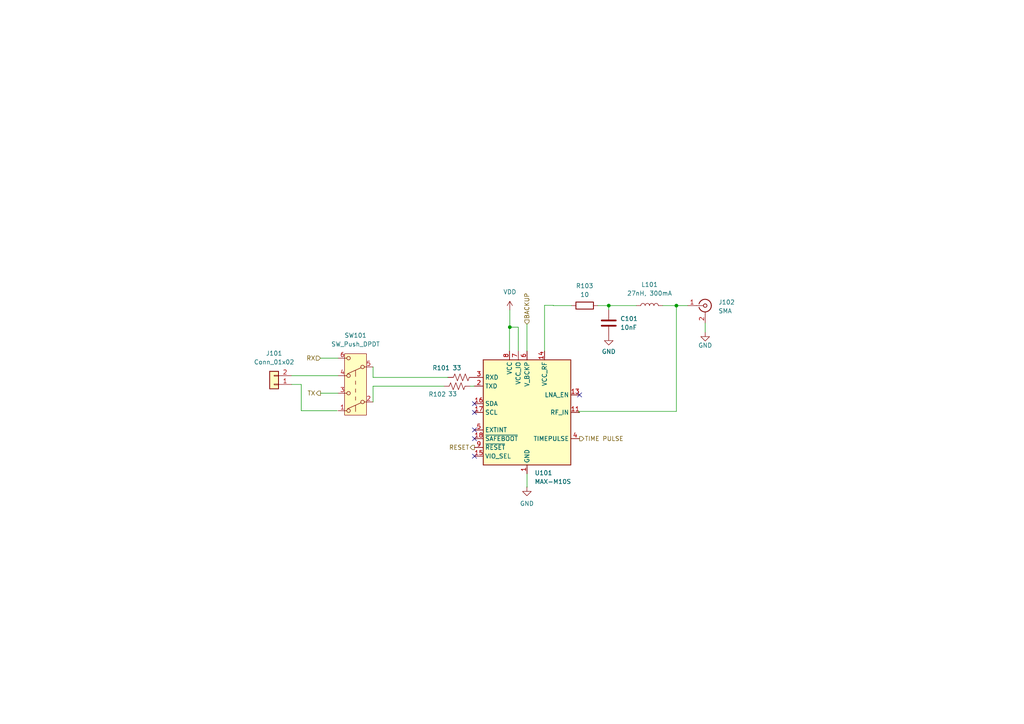
<source format=kicad_sch>
(kicad_sch (version 20231120) (generator "eeschema") (generator_version "8.0")
  (paper "A4")
  (lib_symbols
    (symbol "Connector:Conn_Coaxial" (pin_names (offset 1.016) hide)
      (property "Reference" "J" (at 0.254 3.048 0))
      (property "Value" "Conn_Coaxial" (at 2.921 0 90))
      (symbol "Conn_Coaxial_0_1"
        (arc (start -1.778 -0.508) (mid 0.2311 -1.8066) (end 1.778 0) (stroke (width 0.254)))
        (polyline (pts (xy -2.54 0) (xy -0.508 0)))
        (polyline (pts (xy 0 -2.54) (xy 0 -1.778)))
        (circle (center 0 0) (radius 0.508) (stroke (width 0.2032)))
        (arc (start 1.778 0) (mid 0.2099 1.8101) (end -1.778 0.508) (stroke (width 0.254)))
      )
      (symbol "Conn_Coaxial_1_1"
        (pin passive line (at -5.08 0 0) (length 2.54) (name "In") (number "1"))
        (pin passive line (at 0 -5.08 90) (length 2.54) (name "Ext") (number "2"))
      )
    )
    (symbol "Connector_Generic:Conn_01x02" (pin_names (offset 1.016) hide)
      (property "Reference" "J" (at 0 2.54 0))
      (property "Value" "Conn_01x02" (at 0 -5.08 0))
      (symbol "Conn_01x02_1_1"
        (rectangle (start -1.27 -2.413) (end 0 -2.667) (stroke (width 0.1524)))
        (rectangle (start -1.27 0.127) (end 0 -0.127) (stroke (width 0.1524)))
        (rectangle (start -1.27 1.27) (end 1.27 -3.81) (stroke (width 0.254)) (fill (type background)))
        (pin passive line (at -5.08 0 0) (length 3.81) (name "Pin_1") (number "1"))
        (pin passive line (at -5.08 -2.54 0) (length 3.81) (name "Pin_2") (number "2"))
      )
    )
    (symbol "Device:C" (pin_numbers hide) (pin_names (offset 0.254))
      (property "Reference" "C" (at 0.635 2.54 0))
      (property "Value" "C" (at 0.635 -2.54 0))
      (symbol "C_0_1"
        (polyline (pts (xy -2.032 -0.762) (xy 2.032 -0.762)) (stroke (width 0.508)))
        (polyline (pts (xy -2.032 0.762) (xy 2.032 0.762)) (stroke (width 0.508)))
      )
      (symbol "C_1_1"
        (pin passive line (at 0 3.81 270) (length 2.794) (name "~") (number "1"))
        (pin passive line (at 0 -3.81 90) (length 2.794) (name "~") (number "2"))
      )
    )
    (symbol "Device:L" (pin_numbers hide) (pin_names (offset 1.016) hide)
      (property "Reference" "L" (at -1.27 0 90))
      (property "Value" "L" (at 1.905 0 90))
      (symbol "L_0_1"
        (arc (start 0 -2.54) (mid 0.6323 -1.905) (end 0 -1.27))
        (arc (start 0 -1.27) (mid 0.6323 -0.635) (end 0 0))
        (arc (start 0 0) (mid 0.6323 0.635) (end 0 1.27))
        (arc (start 0 1.27) (mid 0.6323 1.905) (end 0 2.54))
      )
      (symbol "L_1_1"
        (pin passive line (at 0 3.81 270) (length 1.27) (name "1") (number "1"))
        (pin passive line (at 0 -3.81 90) (length 1.27) (name "2") (number "2"))
      )
    )
    (symbol "Device:R" (pin_numbers hide) (pin_names (offset 0))
      (property "Reference" "R" (at 2.032 0 90))
      (property "Value" "R" (at 0 0 90))
      (symbol "R_0_1"
        (rectangle (start -1.016 -2.54) (end 1.016 2.54) (stroke (width 0.254)))
      )
      (symbol "R_1_1"
        (pin passive line (at 0 3.81 270) (length 1.27) (name "~") (number "1"))
        (pin passive line (at 0 -3.81 90) (length 1.27) (name "~") (number "2"))
      )
    )
    (symbol "Device:R_US" (pin_numbers hide) (pin_names (offset 0))
      (property "Reference" "R" (at 2.54 0 90))
      (property "Value" "R_US" (at -2.54 0 90))
      (symbol "R_US_0_1"
        (polyline (pts (xy 0 -2.286) (xy 0 -2.54)))
        (polyline (pts (xy 0 2.286) (xy 0 2.54)))
        (polyline (pts (xy 0 -0.762) (xy 1.016 -1.143) (xy 0 -1.524) (xy -1.016 -1.905) (xy 0 -2.286)))
        (polyline (pts (xy 0 0.762) (xy 1.016 0.381) (xy 0 0) (xy -1.016 -0.381) (xy 0 -0.762)))
        (polyline (pts (xy 0 2.286) (xy 1.016 1.905) (xy 0 1.524) (xy -1.016 1.143) (xy 0 0.762)))
      )
      (symbol "R_US_1_1"
        (pin passive line (at 0 3.81 270) (length 1.27) (name "~") (number "1"))
        (pin passive line (at 0 -3.81 90) (length 1.27) (name "~") (number "2"))
      )
    )
    (symbol "GND_1" (power) (pin_numbers hide) (pin_names (offset 0) hide)
      (property "Value" "GND" (at 0 -3.81 0))
      (symbol "GND_1_0_1"
        (polyline (pts (xy 0 0) (xy 0 -1.27) (xy 1.27 -1.27) (xy 0 -2.54) (xy -1.27 -1.27) (xy 0 -1.27)))
      )
      (symbol "GND_1_1_1"
        (pin power_in line (at 0 0 270) (length 0) (name "~") (number "1"))
      )
    )
    (symbol "RF_GPS:MAX-M10S"
      (property "Reference" "U" (at -10.16 16.51 0))
      (property "Value" "MAX-M10S" (at 11.43 16.51 0))
      (symbol "MAX-M10S_0_1"
        (rectangle (start 12.7 15.24) (end -12.7 -15.24) (stroke (width 0.254)) (fill (type background)))
      )
      (symbol "MAX-M10S_1_1"
        (pin power_in line (at 0 -17.78 90) (length 2.54) (name "GND") (number "1"))
        (pin passive line (at 0 -17.78 90) (length 2.54) hide (name "GND") (number "10"))
        (pin input line (at 15.24 0 180) (length 2.54) (name "RF_IN") (number "11"))
        (pin passive line (at 0 -17.78 90) (length 2.54) hide (name "GND") (number "12"))
        (pin output line (at 15.24 5.08 180) (length 2.54) (name "LNA_EN") (number "13"))
        (pin power_out line (at 5.08 17.78 270) (length 2.54) (name "VCC_RF") (number "14"))
        (pin input line (at -15.24 -12.7 0) (length 2.54) (name "VIO_SEL") (number "15"))
        (pin bidirectional line (at -15.24 2.54 0) (length 2.54) (name "SDA") (number "16"))
        (pin input line (at -15.24 0 0) (length 2.54) (name "SCL") (number "17"))
        (pin input line (at -15.24 -7.62 0) (length 2.54) (name "~{SAFEBOOT}") (number "18"))
        (pin output line (at -15.24 7.62 0) (length 2.54) (name "TXD") (number "2"))
        (pin input line (at -15.24 10.16 0) (length 2.54) (name "RXD") (number "3"))
        (pin output line (at 15.24 -7.62 180) (length 2.54) (name "TIMEPULSE") (number "4"))
        (pin input line (at -15.24 -5.08 0) (length 2.54) (name "EXTINT") (number "5"))
        (pin power_in line (at 0 17.78 270) (length 2.54) (name "V_BCKP") (number "6"))
        (pin power_in line (at -2.54 17.78 270) (length 2.54) (name "VCC_IO") (number "7"))
        (pin power_in line (at -5.08 17.78 270) (length 2.54) (name "VCC") (number "8"))
        (pin input line (at -15.24 -10.16 0) (length 2.54) (name "~{RESET}") (number "9"))
      )
    )
    (symbol "Switch:SW_Push_DPDT" (pin_names (offset 0) hide)
      (property "Reference" "SW" (at 0 10.16 0))
      (property "Value" "SW_Push_DPDT" (at 0 -10.16 0))
      (symbol "SW_Push_DPDT_0_0"
        (circle (center -2.032 -5.08) (radius 0.508))
        (circle (center -2.032 5.08) (radius 0.508))
        (circle (center 2.032 -7.62) (radius 0.508))
        (circle (center 2.032 2.54) (radius 0.508))
      )
      (symbol "SW_Push_DPDT_0_1"
        (polyline (pts (xy -1.524 -4.826) (xy 2.3368 -3.0988)))
        (polyline (pts (xy -1.524 5.334) (xy 2.3368 7.0612)))
        (polyline (pts (xy 0 -2.286) (xy 0 -4.064)))
        (polyline (pts (xy 0 -1.016) (xy 0 0)))
        (polyline (pts (xy 0 1.27) (xy 0 2.286)))
        (polyline (pts (xy 0 3.556) (xy 0 4.572)))
        (polyline (pts (xy 0 7.874) (xy 0 6.096)))
        (circle (center 2.032 -2.54) (radius 0.508))
        (circle (center 2.032 7.62) (radius 0.508))
      )
      (symbol "SW_Push_DPDT_1_1"
        (rectangle (start -3.175 8.89) (end 3.175 -8.89) (fill (type background)))
        (pin passive line (at 5.08 7.62 180) (length 2.54) (name "A") (number "1"))
        (pin passive line (at -5.08 5.08 0) (length 2.54) (name "B") (number "2"))
        (pin passive line (at 5.08 2.54 180) (length 2.54) (name "C") (number "3"))
        (pin passive line (at 5.08 -2.54 180) (length 2.54) (name "A") (number "4"))
        (pin passive line (at -5.08 -5.08 0) (length 2.54) (name "B") (number "5"))
        (pin passive line (at 5.08 -7.62 180) (length 2.54) (name "C") (number "6"))
      )
    )
    (symbol "power:GND" (power) (pin_names (offset 0))
      (property "Value" "GND" (at 0 -3.81 0))
      (symbol "GND_0_1"
        (polyline (pts (xy 0 0) (xy 0 -1.27) (xy 1.27 -1.27) (xy 0 -2.54) (xy -1.27 -1.27) (xy 0 -1.27)))
      )
      (symbol "GND_1_1"
        (pin power_in line (at 0 0 270) (length 0) hide (name "GND") (number "1"))
      )
    )
    (symbol "power:VDD" (power) (pin_numbers hide) (pin_names (offset 0) hide)
      (property "Value" "VDD" (at 0 3.556 0))
      (symbol "VDD_0_1"
        (polyline (pts (xy -0.762 1.27) (xy 0 2.54)))
        (polyline (pts (xy 0 0) (xy 0 2.54)))
        (polyline (pts (xy 0 2.54) (xy 0.762 1.27)))
      )
      (symbol "VDD_1_1"
        (pin power_in line (at 0 0 90) (length 0) (name "~") (number "1"))
      )
    )
  )
  (junction (at 147.8682 94.8902))
  (junction (at 196.1876 88.6389))
  (junction (at 176.5602 88.6324))
  (no_connect (at 137.6189 124.6953))
  (no_connect (at 168.0989 114.5353))
  (no_connect (at 137.6189 127.2353))
  (no_connect (at 137.6189 119.6153))
  (no_connect (at 137.6189 132.3153))
  (no_connect (at 137.6189 117.0753))
  (wire (pts (xy 137.414 111.9953) (xy 137.6189 111.9953)))
  (wire (pts (xy 147.8682 94.8902) (xy 150.3189 94.8902)))
  (wire (pts (xy 108.204 106.426) (xy 108.204 109.474)))
  (wire (pts (xy 152.8377 101.8353) (xy 152.8589 101.8353)))
  (wire (pts (xy 196.0088 88.6389) (xy 196.1876 88.6389)))
  (wire (pts (xy 173.3852 88.6324) (xy 176.5602 88.6324)))
  (wire (pts (xy 176.5602 88.6324) (xy 176.5602 89.9024)))
  (wire (pts (xy 87.376 119.126) (xy 87.376 111.506)))
  (wire (pts (xy 167.8947 119.6153) (xy 168.0989 119.6153)))
  (wire (pts (xy 150.3189 94.8902) (xy 150.3189 101.8353)))
  (wire (pts (xy 136.398 112.014) (xy 137.414 112.014)))
  (wire (pts (xy 157.9389 101.8353) (xy 157.9389 88.5635)))
  (wire (pts (xy 167.8947 119.3284) (xy 167.8947 119.6153)))
  (wire (pts (xy 152.8377 94.0441) (xy 152.8377 101.8353)))
  (wire (pts (xy 196.0088 88.6324) (xy 196.0088 88.6389)))
  (wire (pts (xy 137.414 112.014) (xy 137.414 111.9953)))
  (wire (pts (xy 147.7789 94.8902) (xy 147.8682 94.8902)))
  (wire (pts (xy 184.5871 88.6324) (xy 176.5602 88.6324)))
  (wire (pts (xy 152.8589 137.3953) (xy 152.8589 141.2567)))
  (wire (pts (xy 108.204 112.014) (xy 108.204 116.586)))
  (wire (pts (xy 147.8682 89.9147) (xy 147.8682 94.8902)))
  (wire (pts (xy 108.204 109.474) (xy 129.794 109.474)))
  (wire (pts (xy 97.79 119.126) (xy 87.376 119.126)))
  (wire (pts (xy 92.964 114.046) (xy 98.044 114.046)))
  (wire (pts (xy 160.5038 88.5635) (xy 160.5038 88.6324)))
  (wire (pts (xy 92.964 103.886) (xy 98.044 103.886)))
  (wire (pts (xy 192.2071 88.6324) (xy 196.0088 88.6324)))
  (wire (pts (xy 165.7652 88.6324) (xy 160.5038 88.6324)))
  (wire (pts (xy 129.794 109.4553) (xy 129.9989 109.4553)))
  (wire (pts (xy 204.5345 93.7189) (xy 204.5345 96.3624)))
  (wire (pts (xy 128.778 112.014) (xy 108.204 112.014)))
  (wire (pts (xy 147.7789 94.8902) (xy 147.7789 101.8353)))
  (wire (pts (xy 196.1876 88.6389) (xy 199.4545 88.6389)))
  (wire (pts (xy 87.376 111.506) (xy 84.582 111.506)))
  (wire (pts (xy 84.582 108.966) (xy 98.044 108.966)))
  (wire (pts (xy 152.8589 141.2567) (xy 152.8253 141.2567)))
  (wire (pts (xy 129.794 109.474) (xy 129.794 109.4553)))
  (wire (pts (xy 196.1876 88.6389) (xy 196.1876 119.3284)))
  (wire (pts (xy 157.9389 88.5635) (xy 160.5038 88.5635)))
  (wire (pts (xy 167.8947 119.3284) (xy 196.1876 119.3284)))
  (hierarchical_label "BACKUP" (shape input) (at 152.8377 94.0441 90))
  (hierarchical_label "RESET" (shape output) (at 137.6189 129.7753 180))
  (hierarchical_label "TIME PULSE" (shape output) (at 168.0989 127.2353 0))
  (hierarchical_label "TX" (shape output) (at 92.964 114.046 180))
  (hierarchical_label "RX" (shape input) (at 92.964 103.886 180))
  (symbol (lib_id "Connector:Conn_Coaxial") (at 204.5345 88.6389 0) (unit 1)
    (property "Reference" "J102" (at 208.3445 87.6621 0) (effects (justify left)))
    (property "Value" "SMA" (at 208.3445 90.2021 0) (effects (justify left)))
    (property "Footprint" "Connector_Coaxial:SMA_Amphenol_132203-12_Horizontal" (effects (hide yes)))
    (property "Datasheet" " ~" (effects (hide yes)))
    (property "LCSC" "C2693813" (effects (hide yes)))
  )
  (symbol (lib_id "Switch:SW_Push_DPDT") (at 103.124 111.506 180) (unit 1)
    (property "Reference" "SW101" (at 103.124 97.282 0))
    (property "Value" "SW_Push_DPDT" (at 103.124 99.822 0))
    (property "Footprint" "WOBCLibrary:IS-2245S-G" (effects (hide yes)))
    (property "Description" "Momentary Switch, dual pole double throw" (effects (hide yes)))
  )
  (symbol (lib_id "Device:R_US") (at 132.588 112.014 270) (unit 1)
    (property "Reference" "R102" (at 126.8224 114.3566 90))
    (property "Value" "33" (at 131.2576 114.2612 90))
    (property "Footprint" "Resistor_SMD:R_0402_1005Metric" (effects (hide yes)))
    (property "Description" "Resistor, US symbol" (effects (hide yes)))
    (property "LCSC" "C25077" (effects (hide yes)))
  )
  (symbol (lib_id "Device:R_US") (at 133.8089 109.4553 270) (unit 1)
    (property "Reference" "R101" (at 127.9479 106.7074 90))
    (property "Value" "33" (at 132.5262 106.7074 90))
    (property "Footprint" "Resistor_SMD:R_0402_1005Metric" (effects (hide yes)))
    (property "Description" "Resistor, US symbol" (effects (hide yes)))
    (property "LCSC" "C25077" (effects (hide yes)))
  )
  (symbol (lib_id "power:GND") (at 204.5345 96.3624 0) (unit 1)
    (property "Reference" "#PWR0104" (effects (hide yes)))
    (property "Value" "GND" (at 204.5345 100.1724 0))
  )
  (symbol (lib_id "RF_GPS:MAX-M10S") (at 152.8589 119.6153 0) (unit 1)
    (property "Reference" "U101" (at 155.053 137.16 0) (effects (justify left)))
    (property "Value" "MAX-M10S" (at 155.053 139.7 0) (effects (justify left)))
    (property "Footprint" "RF_GPS:ublox_MAX" (effects (hide yes)))
    (property "Datasheet" "https://content.u-blox.com/sites/default/files/MAX-M10S_DataSheet_UBX-20035208.pdf" (effects (hide yes)))
    (property "Description" "GNSS Module MAX M10, VCC 1.65V to 3.6V" (effects (hide yes)))
  )
  (symbol (lib_id "Device:R") (at 169.5752 88.6324 90) (unit 1)
    (property "Reference" "R103" (at 169.5752 82.9174 90))
    (property "Value" "10" (at 169.5752 85.4574 90))
    (property "Footprint" "Resistor_SMD:R_0402_1005Metric" (effects (hide yes)))
    (property "LCSC" "C25077" (effects (hide yes)))
  )
  (symbol (lib_id "Device:L") (at 188.3971 88.6324 90) (unit 1)
    (property "Reference" "L101" (at 188.3971 82.5435 90))
    (property "Value" "27nH, 300mA" (at 188.3971 85.0835 90))
    (property "Footprint" "Inductor_SMD:L_0402_1005Metric" (effects (hide yes)))
    (property "LCSC" "C18830" (effects (hide yes)))
  )
  (symbol (lib_name "GND_1") (lib_id "power:GND") (at 152.8253 141.2567 0) (unit 1)
    (property "Reference" "#PWR0102" (effects (hide yes)))
    (property "Value" "GND" (at 152.8253 146.05 0))
    (property "Description" "Power symbol creates a global label with name \"GND\" , ground" (effects (hide yes)))
  )
  (symbol (lib_id "power:VDD") (at 147.8682 89.9147 0) (unit 1)
    (property "Reference" "#PWR0101" (effects (hide yes)))
    (property "Value" "VDD" (at 147.8682 84.6718 0))
    (property "Description" "Power symbol creates a global label with name \"VDD\"" (effects (hide yes)))
  )
  (symbol (lib_id "Device:C") (at 176.5602 93.7124 0) (unit 1)
    (property "Reference" "C101" (at 179.8933 92.4423 0) (effects (justify left)))
    (property "Value" "10nF" (at 179.8933 94.9823 0) (effects (justify left)))
    (property "Footprint" "Capacitor_SMD:C_0402_1005Metric" (effects (hide yes)))
    (property "LCSC" "C1525" (effects (hide yes)))
  )
  (symbol (lib_id "Connector_Generic:Conn_01x02") (at 79.502 111.506 180) (unit 1)
    (property "Reference" "J101" (at 79.502 102.4831 0))
    (property "Value" "Conn_01x02" (at 79.502 105.0231 0))
    (property "Footprint" "Connector_PinHeader_2.54mm:PinHeader_1x02_P2.54mm_Vertical" (effects (hide yes)))
    (property "Description" "Generic connector, single row, 01x02, script generated (kicad-library-utils/schlib/autogen/connector/)" (effects (hide yes)))
  )
  (symbol (lib_id "power:GND") (at 176.5602 97.5224 0) (unit 1)
    (property "Reference" "#PWR0103" (effects (hide yes)))
    (property "Value" "GND" (at 176.5602 101.9674 0))
  )
)
</source>
